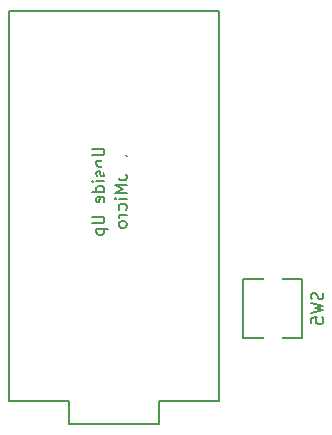
<source format=gbo>
G04 #@! TF.GenerationSoftware,KiCad,Pcbnew,(5.1.5)-1*
G04 #@! TF.CreationDate,2021-06-10T20:45:23-04:00*
G04 #@! TF.ProjectId,meishi2,6d656973-6869-4322-9e6b-696361645f70,rev?*
G04 #@! TF.SameCoordinates,Original*
G04 #@! TF.FileFunction,Legend,Bot*
G04 #@! TF.FilePolarity,Positive*
%FSLAX46Y46*%
G04 Gerber Fmt 4.6, Leading zero omitted, Abs format (unit mm)*
G04 Created by KiCad (PCBNEW (5.1.5)-1) date 2021-06-10 20:45:23*
%MOMM*%
%LPD*%
G04 APERTURE LIST*
%ADD10C,0.150000*%
%ADD11C,1.702000*%
%ADD12R,1.702000X1.702000*%
%ADD13C,0.100000*%
%ADD14C,2.102000*%
%ADD15C,2.302000*%
%ADD16C,4.102000*%
%ADD17C,1.802000*%
%ADD18C,2.002000*%
%ADD19C,1.602000*%
G04 APERTURE END LIST*
D10*
X136652000Y-129286000D02*
X118872000Y-129286000D01*
X136652000Y-162306000D02*
X136652000Y-129286000D01*
X131572000Y-162306000D02*
X136652000Y-162306000D01*
X131572000Y-164211000D02*
X131572000Y-162306000D01*
X123952000Y-164211000D02*
X131572000Y-164211000D01*
X123952000Y-162306000D02*
X123952000Y-164211000D01*
X118872000Y-162306000D02*
X123952000Y-162306000D01*
X118872000Y-162306000D02*
X118872000Y-129286000D01*
X143724000Y-151932000D02*
X143724000Y-156932000D01*
X138724000Y-151932000D02*
X143724000Y-151932000D01*
X138724000Y-151932000D02*
X138724000Y-156932000D01*
X138724000Y-156932000D02*
X143724000Y-156932000D01*
X128849380Y-141502190D02*
X127849380Y-141502190D01*
X127849380Y-141883142D01*
X127897000Y-141978380D01*
X127944619Y-142026000D01*
X128039857Y-142073619D01*
X128182714Y-142073619D01*
X128277952Y-142026000D01*
X128325571Y-141978380D01*
X128373190Y-141883142D01*
X128373190Y-141502190D01*
X128849380Y-142502190D02*
X128182714Y-142502190D01*
X128373190Y-142502190D02*
X128277952Y-142549809D01*
X128230333Y-142597428D01*
X128182714Y-142692666D01*
X128182714Y-142787904D01*
X128849380Y-143264095D02*
X128801761Y-143168857D01*
X128754142Y-143121238D01*
X128658904Y-143073619D01*
X128373190Y-143073619D01*
X128277952Y-143121238D01*
X128230333Y-143168857D01*
X128182714Y-143264095D01*
X128182714Y-143406952D01*
X128230333Y-143502190D01*
X128277952Y-143549809D01*
X128373190Y-143597428D01*
X128658904Y-143597428D01*
X128754142Y-143549809D01*
X128801761Y-143502190D01*
X128849380Y-143406952D01*
X128849380Y-143264095D01*
X128849380Y-144026000D02*
X127849380Y-144026000D01*
X128563666Y-144359333D01*
X127849380Y-144692666D01*
X128849380Y-144692666D01*
X128849380Y-145168857D02*
X128182714Y-145168857D01*
X127849380Y-145168857D02*
X127897000Y-145121238D01*
X127944619Y-145168857D01*
X127897000Y-145216476D01*
X127849380Y-145168857D01*
X127944619Y-145168857D01*
X128801761Y-146073619D02*
X128849380Y-145978380D01*
X128849380Y-145787904D01*
X128801761Y-145692666D01*
X128754142Y-145645047D01*
X128658904Y-145597428D01*
X128373190Y-145597428D01*
X128277952Y-145645047D01*
X128230333Y-145692666D01*
X128182714Y-145787904D01*
X128182714Y-145978380D01*
X128230333Y-146073619D01*
X128849380Y-146502190D02*
X128182714Y-146502190D01*
X128373190Y-146502190D02*
X128277952Y-146549809D01*
X128230333Y-146597428D01*
X128182714Y-146692666D01*
X128182714Y-146787904D01*
X128849380Y-147264095D02*
X128801761Y-147168857D01*
X128754142Y-147121238D01*
X128658904Y-147073619D01*
X128373190Y-147073619D01*
X128277952Y-147121238D01*
X128230333Y-147168857D01*
X128182714Y-147264095D01*
X128182714Y-147406952D01*
X128230333Y-147502190D01*
X128277952Y-147549809D01*
X128373190Y-147597428D01*
X128658904Y-147597428D01*
X128754142Y-147549809D01*
X128801761Y-147502190D01*
X128849380Y-147406952D01*
X128849380Y-147264095D01*
X125944380Y-140906952D02*
X126753904Y-140906952D01*
X126849142Y-140954571D01*
X126896761Y-141002190D01*
X126944380Y-141097428D01*
X126944380Y-141287904D01*
X126896761Y-141383142D01*
X126849142Y-141430761D01*
X126753904Y-141478380D01*
X125944380Y-141478380D01*
X126277714Y-141954571D02*
X127277714Y-141954571D01*
X126325333Y-141954571D02*
X126277714Y-142049809D01*
X126277714Y-142240285D01*
X126325333Y-142335523D01*
X126372952Y-142383142D01*
X126468190Y-142430761D01*
X126753904Y-142430761D01*
X126849142Y-142383142D01*
X126896761Y-142335523D01*
X126944380Y-142240285D01*
X126944380Y-142049809D01*
X126896761Y-141954571D01*
X126896761Y-142811714D02*
X126944380Y-142906952D01*
X126944380Y-143097428D01*
X126896761Y-143192666D01*
X126801523Y-143240285D01*
X126753904Y-143240285D01*
X126658666Y-143192666D01*
X126611047Y-143097428D01*
X126611047Y-142954571D01*
X126563428Y-142859333D01*
X126468190Y-142811714D01*
X126420571Y-142811714D01*
X126325333Y-142859333D01*
X126277714Y-142954571D01*
X126277714Y-143097428D01*
X126325333Y-143192666D01*
X126944380Y-143668857D02*
X126277714Y-143668857D01*
X125944380Y-143668857D02*
X125992000Y-143621238D01*
X126039619Y-143668857D01*
X125992000Y-143716476D01*
X125944380Y-143668857D01*
X126039619Y-143668857D01*
X126944380Y-144573619D02*
X125944380Y-144573619D01*
X126896761Y-144573619D02*
X126944380Y-144478380D01*
X126944380Y-144287904D01*
X126896761Y-144192666D01*
X126849142Y-144145047D01*
X126753904Y-144097428D01*
X126468190Y-144097428D01*
X126372952Y-144145047D01*
X126325333Y-144192666D01*
X126277714Y-144287904D01*
X126277714Y-144478380D01*
X126325333Y-144573619D01*
X126896761Y-145430761D02*
X126944380Y-145335523D01*
X126944380Y-145145047D01*
X126896761Y-145049809D01*
X126801523Y-145002190D01*
X126420571Y-145002190D01*
X126325333Y-145049809D01*
X126277714Y-145145047D01*
X126277714Y-145335523D01*
X126325333Y-145430761D01*
X126420571Y-145478380D01*
X126515809Y-145478380D01*
X126611047Y-145002190D01*
X125944380Y-146668857D02*
X126753904Y-146668857D01*
X126849142Y-146716476D01*
X126896761Y-146764095D01*
X126944380Y-146859333D01*
X126944380Y-147049809D01*
X126896761Y-147145047D01*
X126849142Y-147192666D01*
X126753904Y-147240285D01*
X125944380Y-147240285D01*
X126277714Y-147716476D02*
X127277714Y-147716476D01*
X126325333Y-147716476D02*
X126277714Y-147811714D01*
X126277714Y-148002190D01*
X126325333Y-148097428D01*
X126372952Y-148145047D01*
X126468190Y-148192666D01*
X126753904Y-148192666D01*
X126849142Y-148145047D01*
X126896761Y-148097428D01*
X126944380Y-148002190D01*
X126944380Y-147811714D01*
X126896761Y-147716476D01*
X145438761Y-153098666D02*
X145486380Y-153241523D01*
X145486380Y-153479619D01*
X145438761Y-153574857D01*
X145391142Y-153622476D01*
X145295904Y-153670095D01*
X145200666Y-153670095D01*
X145105428Y-153622476D01*
X145057809Y-153574857D01*
X145010190Y-153479619D01*
X144962571Y-153289142D01*
X144914952Y-153193904D01*
X144867333Y-153146285D01*
X144772095Y-153098666D01*
X144676857Y-153098666D01*
X144581619Y-153146285D01*
X144534000Y-153193904D01*
X144486380Y-153289142D01*
X144486380Y-153527238D01*
X144534000Y-153670095D01*
X144486380Y-154003428D02*
X145486380Y-154241523D01*
X144772095Y-154432000D01*
X145486380Y-154622476D01*
X144486380Y-154860571D01*
X144486380Y-155717714D02*
X144486380Y-155241523D01*
X144962571Y-155193904D01*
X144914952Y-155241523D01*
X144867333Y-155336761D01*
X144867333Y-155574857D01*
X144914952Y-155670095D01*
X144962571Y-155717714D01*
X145057809Y-155765333D01*
X145295904Y-155765333D01*
X145391142Y-155717714D01*
X145438761Y-155670095D01*
X145486380Y-155574857D01*
X145486380Y-155336761D01*
X145438761Y-155241523D01*
X145391142Y-155193904D01*
%LPC*%
D11*
X135382000Y-158496000D03*
X135382000Y-155956000D03*
X135382000Y-153416000D03*
X135382000Y-150876000D03*
X135382000Y-148336000D03*
X135382000Y-145796000D03*
X135382000Y-143256000D03*
X135382000Y-140716000D03*
X135382000Y-138176000D03*
X135382000Y-135636000D03*
X135382000Y-133096000D03*
X135382000Y-130556000D03*
X120142000Y-130556000D03*
X120142000Y-133096000D03*
X120142000Y-135636000D03*
X120142000Y-138176000D03*
X120142000Y-140716000D03*
X120142000Y-143256000D03*
X120142000Y-145796000D03*
X120142000Y-148336000D03*
X120142000Y-150876000D03*
X120142000Y-153416000D03*
X120142000Y-155956000D03*
D12*
X120142000Y-158496000D03*
D13*
G36*
X144017642Y-103250701D02*
G01*
X143129299Y-101345642D01*
X145034358Y-100457299D01*
X145922701Y-102362358D01*
X144017642Y-103250701D01*
G37*
D14*
X149130044Y-99707099D02*
X149130044Y-99707099D01*
D15*
X130429000Y-131318000D03*
X124079000Y-133858000D03*
D16*
X127889000Y-136398000D03*
D17*
X122809000Y-136398000D03*
X132969000Y-136398000D03*
D15*
X127889000Y-142298000D03*
X122889000Y-140198000D03*
D18*
X133389000Y-136398000D03*
X122389000Y-136398000D03*
D19*
X141224000Y-151892000D03*
X141224000Y-156972000D03*
M02*

</source>
